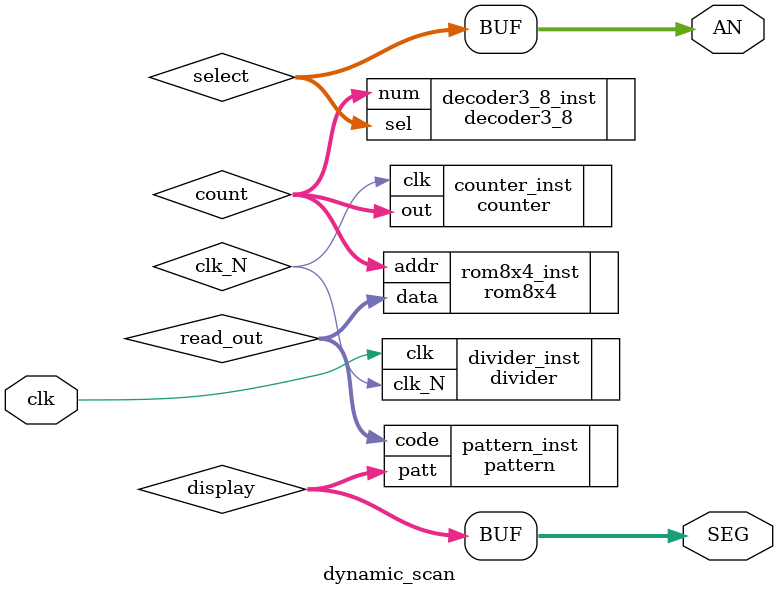
<source format=v>
module dynamic_scan(clk, SEG, AN);
    input clk; // ÏµÍ³Ê±ÖÓ
    output reg [7:0] SEG; // ·Ö±ð¶ÔÓ¦ CA¡¢ CB¡¢ CC¡¢ CD¡¢ CE¡¢ CF¡¢ CG ºÍ DP
    output reg [7:0] AN; // 8 Î»ÊýÂë¹ÜÆ¬Ñ¡ÐÅºÅ
    parameter N = 100_000_000;

    wire clk_N;
    divider #(N) divider_inst(
        .clk(clk),
        .clk_N(clk_N)
    );

    wire [2:0] count;
    counter counter_inst(
        .clk(clk_N),
        .out(count)
    );

    wire [3:0] read_out;
    rom8x4 rom8x4_inst(
        .addr(count),
        .data(read_out)
    );

    wire [7:0] select;
    decoder3_8 decoder3_8_inst(
        .num(count),
        .sel(select)
    );

    wire [7:0] display;
    pattern pattern_inst(
        .code(read_out),
        .patt(display)
    );

    always @(*) begin
        AN<=select;
        SEG<=display;
    end
endmodule
</source>
